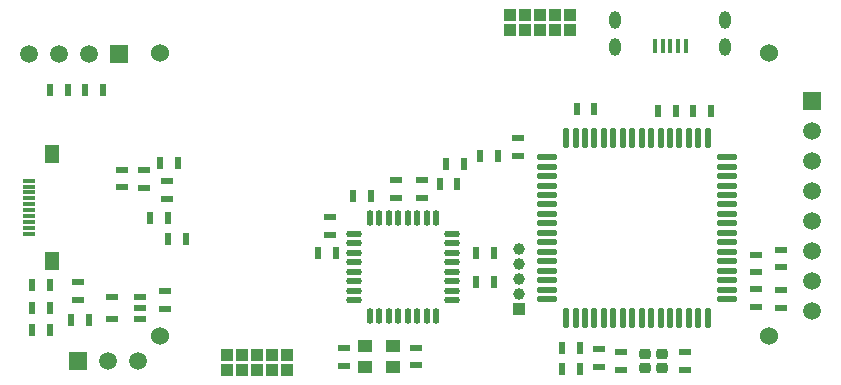
<source format=gts>
G04 Layer_Color=8388736*
%FSAX44Y44*%
%MOMM*%
G71*
G01*
G75*
%ADD10R,0.4000X1.3000*%
%ADD11R,0.6000X1.0000*%
%ADD12R,1.0000X0.6000*%
%ADD13O,0.5500X1.7500*%
%ADD14O,1.7500X0.5500*%
%ADD15R,1.3000X1.6500*%
%ADD16R,1.0000X0.3000*%
%ADD17R,1.1000X0.5500*%
G04:AMPARAMS|DCode=18|XSize=0.95mm|YSize=0.85mm|CornerRadius=0.2125mm|HoleSize=0mm|Usage=FLASHONLY|Rotation=0.000|XOffset=0mm|YOffset=0mm|HoleType=Round|Shape=RoundedRectangle|*
%AMROUNDEDRECTD18*
21,1,0.9500,0.4250,0,0,0.0*
21,1,0.5250,0.8500,0,0,0.0*
1,1,0.4250,0.2625,-0.2125*
1,1,0.4250,-0.2625,-0.2125*
1,1,0.4250,-0.2625,0.2125*
1,1,0.4250,0.2625,0.2125*
%
%ADD18ROUNDEDRECTD18*%
%ADD19R,1.2000X1.1000*%
%ADD20O,0.5500X1.3500*%
%ADD21O,1.3500X0.5500*%
%ADD24O,1.0000X1.5000*%
%ADD25R,1.0000X1.0000*%
%ADD26C,1.0000*%
%ADD27R,1.5000X1.5000*%
%ADD28C,1.5000*%
%ADD29R,1.5000X1.5000*%
%ADD30R,1.0000X1.0000*%
%ADD31C,1.5240*%
D10*
X01055290Y01037779D02*
D03*
X01061790D02*
D03*
X01068290Y01037779D02*
D03*
X01074790Y01037779D02*
D03*
X01081290D02*
D03*
D11*
X00560920Y00805643D02*
D03*
X00575920D02*
D03*
X00542743Y00815940D02*
D03*
Y00835118D02*
D03*
Y00797634D02*
D03*
X00527743Y00815940D02*
D03*
Y00835118D02*
D03*
Y00797634D02*
D03*
X00627967Y00892077D02*
D03*
X00643046Y00874036D02*
D03*
X00658046D02*
D03*
X00642967Y00892077D02*
D03*
X00636314Y00938930D02*
D03*
X00651314D02*
D03*
X00587775Y01000053D02*
D03*
X00572774D02*
D03*
X00557847D02*
D03*
X00542847D02*
D03*
X00769753Y00862253D02*
D03*
X00784753D02*
D03*
X00814799Y00910730D02*
D03*
X00799799D02*
D03*
X00872951Y00920920D02*
D03*
X00887952D02*
D03*
X00878588Y00938155D02*
D03*
X00893588D02*
D03*
X00922382Y00944520D02*
D03*
X00907382D02*
D03*
X00988997Y00984184D02*
D03*
X01003997D02*
D03*
X01058191Y00982441D02*
D03*
X01073191D02*
D03*
X01087394Y00982440D02*
D03*
X01102394D02*
D03*
X00918871Y00862104D02*
D03*
X00918551Y00837920D02*
D03*
X00903871Y00862104D02*
D03*
X00903551Y00837920D02*
D03*
X00976793Y00781888D02*
D03*
Y00764236D02*
D03*
X00991793D02*
D03*
Y00781888D02*
D03*
D12*
X00792332Y00766972D02*
D03*
Y00781973D02*
D03*
X00852647Y00782242D02*
D03*
Y00767242D02*
D03*
X00779847Y00878052D02*
D03*
Y00893052D02*
D03*
X00836371Y00908834D02*
D03*
X00857783Y00909125D02*
D03*
Y00924125D02*
D03*
X00836371Y00923834D02*
D03*
X00939290Y00944430D02*
D03*
Y00959430D02*
D03*
X01007721Y00780725D02*
D03*
Y00765725D02*
D03*
X01026408Y00763546D02*
D03*
Y00778546D02*
D03*
X01080456Y00778382D02*
D03*
Y00763383D02*
D03*
X01140874Y00816880D02*
D03*
Y00831880D02*
D03*
X01162074Y00830913D02*
D03*
Y00815913D02*
D03*
X01162101Y00850310D02*
D03*
Y00865310D02*
D03*
X01141116Y00861047D02*
D03*
Y00846047D02*
D03*
X00641930Y00923003D02*
D03*
Y00908003D02*
D03*
X00622542Y00917658D02*
D03*
Y00932657D02*
D03*
X00604315Y00932867D02*
D03*
Y00917868D02*
D03*
X00566535Y00837646D02*
D03*
Y00822646D02*
D03*
X00639979Y00829980D02*
D03*
Y00814979D02*
D03*
D13*
X00979975Y00806999D02*
D03*
X00987975D02*
D03*
X00995975D02*
D03*
X01003975D02*
D03*
X01011975D02*
D03*
X01019975D02*
D03*
X01027975D02*
D03*
X01035975D02*
D03*
X01043975D02*
D03*
X01051975D02*
D03*
X01059975D02*
D03*
X01067975D02*
D03*
X01075975D02*
D03*
X01083975D02*
D03*
X01091975D02*
D03*
X01099975D02*
D03*
Y00959999D02*
D03*
X01091975D02*
D03*
X01083975D02*
D03*
X01075975D02*
D03*
X01067975D02*
D03*
X01059975D02*
D03*
X01051975D02*
D03*
X01043975D02*
D03*
X01035975D02*
D03*
X01027975D02*
D03*
X01019975D02*
D03*
X01011975D02*
D03*
X01003975D02*
D03*
X00995975D02*
D03*
X00987975D02*
D03*
X00979975D02*
D03*
D14*
X00963475Y00823499D02*
D03*
Y00831499D02*
D03*
Y00839499D02*
D03*
Y00847499D02*
D03*
Y00855499D02*
D03*
Y00863499D02*
D03*
Y00871499D02*
D03*
Y00879499D02*
D03*
Y00887499D02*
D03*
Y00895499D02*
D03*
Y00903499D02*
D03*
Y00911499D02*
D03*
Y00919499D02*
D03*
Y00927499D02*
D03*
Y00935499D02*
D03*
Y00943499D02*
D03*
X01116475Y00831499D02*
D03*
Y00823499D02*
D03*
Y00839499D02*
D03*
Y00847499D02*
D03*
Y00855499D02*
D03*
Y00863499D02*
D03*
Y00871499D02*
D03*
Y00879499D02*
D03*
Y00887499D02*
D03*
Y00895499D02*
D03*
Y00903499D02*
D03*
Y00911499D02*
D03*
Y00919499D02*
D03*
Y00927499D02*
D03*
Y00935499D02*
D03*
Y00943499D02*
D03*
D15*
X00544650Y00855950D02*
D03*
Y00946450D02*
D03*
D16*
X00525650Y00878700D02*
D03*
Y00883700D02*
D03*
Y00888700D02*
D03*
Y00893700D02*
D03*
Y00898700D02*
D03*
Y00903700D02*
D03*
Y00908700D02*
D03*
Y00913700D02*
D03*
Y00918700D02*
D03*
Y00923700D02*
D03*
D17*
X00619499Y00806571D02*
D03*
Y00816071D02*
D03*
Y00825571D02*
D03*
X00595499D02*
D03*
Y00806571D02*
D03*
D18*
X01046454Y00765023D02*
D03*
Y00776523D02*
D03*
X01060954D02*
D03*
Y00765023D02*
D03*
D19*
X00809907Y00765866D02*
D03*
Y00783646D02*
D03*
X00833788D02*
D03*
Y00765836D02*
D03*
D20*
X00813970Y00809063D02*
D03*
X00821970D02*
D03*
X00829970D02*
D03*
X00837970D02*
D03*
X00845970D02*
D03*
X00853970D02*
D03*
X00861970D02*
D03*
X00869970D02*
D03*
Y00892063D02*
D03*
X00861970D02*
D03*
X00853970D02*
D03*
X00845970D02*
D03*
X00837970D02*
D03*
X00829970D02*
D03*
X00821970D02*
D03*
X00813970D02*
D03*
D21*
X00800470Y00822563D02*
D03*
Y00830563D02*
D03*
Y00838563D02*
D03*
Y00846563D02*
D03*
Y00854563D02*
D03*
Y00862563D02*
D03*
Y00870563D02*
D03*
Y00878563D02*
D03*
X00883470Y00830563D02*
D03*
Y00822563D02*
D03*
Y00838563D02*
D03*
Y00846563D02*
D03*
Y00854563D02*
D03*
Y00862563D02*
D03*
Y00870563D02*
D03*
Y00878563D02*
D03*
D24*
X01021790Y01037029D02*
D03*
Y01059279D02*
D03*
X01114790Y01037029D02*
D03*
Y01059279D02*
D03*
D25*
X00939730Y00815406D02*
D03*
D26*
X00939730Y00828107D02*
D03*
Y00840807D02*
D03*
Y00853506D02*
D03*
Y00866207D02*
D03*
D27*
X00566539Y00771357D02*
D03*
X00601351Y01030716D02*
D03*
D28*
X00617339Y00771357D02*
D03*
X00591939D02*
D03*
X00575951Y01030716D02*
D03*
X00550551D02*
D03*
X00525151D02*
D03*
X01188095Y00813380D02*
D03*
Y00838780D02*
D03*
Y00864180D02*
D03*
Y00889580D02*
D03*
Y00914980D02*
D03*
Y00940380D02*
D03*
Y00965780D02*
D03*
D29*
X01188095Y00991180D02*
D03*
D30*
X00743509Y00763412D02*
D03*
Y00776112D02*
D03*
X00730809D02*
D03*
Y00763412D02*
D03*
X00718109D02*
D03*
Y00776112D02*
D03*
X00705409D02*
D03*
Y00763412D02*
D03*
X00692709D02*
D03*
Y00776112D02*
D03*
X00970545Y01051040D02*
D03*
Y01063740D02*
D03*
X00983245D02*
D03*
Y01051040D02*
D03*
X00957845D02*
D03*
X00945145D02*
D03*
Y01063740D02*
D03*
X00957845D02*
D03*
X00932445D02*
D03*
Y01051040D02*
D03*
D31*
X00636364Y00791719D02*
D03*
X00636513Y01031886D02*
D03*
X01151364Y00791719D02*
D03*
Y01031719D02*
D03*
M02*

</source>
